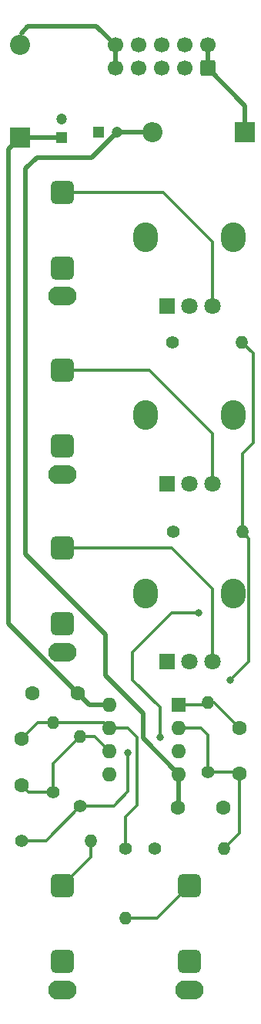
<source format=gtl>
G04 #@! TF.GenerationSoftware,KiCad,Pcbnew,(6.0.1)*
G04 #@! TF.CreationDate,2023-06-10T19:20:07+02:00*
G04 #@! TF.ProjectId,mixer,6d697865-722e-46b6-9963-61645f706362,rev?*
G04 #@! TF.SameCoordinates,Original*
G04 #@! TF.FileFunction,Copper,L1,Top*
G04 #@! TF.FilePolarity,Positive*
%FSLAX46Y46*%
G04 Gerber Fmt 4.6, Leading zero omitted, Abs format (unit mm)*
G04 Created by KiCad (PCBNEW (6.0.1)) date 2023-06-10 19:20:07*
%MOMM*%
%LPD*%
G01*
G04 APERTURE LIST*
G04 Aperture macros list*
%AMRoundRect*
0 Rectangle with rounded corners*
0 $1 Rounding radius*
0 $2 $3 $4 $5 $6 $7 $8 $9 X,Y pos of 4 corners*
0 Add a 4 corners polygon primitive as box body*
4,1,4,$2,$3,$4,$5,$6,$7,$8,$9,$2,$3,0*
0 Add four circle primitives for the rounded corners*
1,1,$1+$1,$2,$3*
1,1,$1+$1,$4,$5*
1,1,$1+$1,$6,$7*
1,1,$1+$1,$8,$9*
0 Add four rect primitives between the rounded corners*
20,1,$1+$1,$2,$3,$4,$5,0*
20,1,$1+$1,$4,$5,$6,$7,0*
20,1,$1+$1,$6,$7,$8,$9,0*
20,1,$1+$1,$8,$9,$2,$3,0*%
G04 Aperture macros list end*
G04 #@! TA.AperFunction,ComponentPad*
%ADD10O,2.720000X3.240000*%
G04 #@! TD*
G04 #@! TA.AperFunction,ComponentPad*
%ADD11R,1.800000X1.800000*%
G04 #@! TD*
G04 #@! TA.AperFunction,ComponentPad*
%ADD12C,1.800000*%
G04 #@! TD*
G04 #@! TA.AperFunction,ComponentPad*
%ADD13O,3.100000X2.100000*%
G04 #@! TD*
G04 #@! TA.AperFunction,ComponentPad*
%ADD14RoundRect,0.650000X-0.650000X-0.650000X0.650000X-0.650000X0.650000X0.650000X-0.650000X0.650000X0*%
G04 #@! TD*
G04 #@! TA.AperFunction,ComponentPad*
%ADD15C,1.400000*%
G04 #@! TD*
G04 #@! TA.AperFunction,ComponentPad*
%ADD16O,1.400000X1.400000*%
G04 #@! TD*
G04 #@! TA.AperFunction,ComponentPad*
%ADD17C,1.600000*%
G04 #@! TD*
G04 #@! TA.AperFunction,ComponentPad*
%ADD18R,2.200000X2.200000*%
G04 #@! TD*
G04 #@! TA.AperFunction,ComponentPad*
%ADD19O,2.200000X2.200000*%
G04 #@! TD*
G04 #@! TA.AperFunction,ComponentPad*
%ADD20R,1.200000X1.200000*%
G04 #@! TD*
G04 #@! TA.AperFunction,ComponentPad*
%ADD21C,1.200000*%
G04 #@! TD*
G04 #@! TA.AperFunction,ComponentPad*
%ADD22R,1.600000X1.600000*%
G04 #@! TD*
G04 #@! TA.AperFunction,ComponentPad*
%ADD23O,1.600000X1.600000*%
G04 #@! TD*
G04 #@! TA.AperFunction,ComponentPad*
%ADD24RoundRect,0.250000X0.600000X-0.600000X0.600000X0.600000X-0.600000X0.600000X-0.600000X-0.600000X0*%
G04 #@! TD*
G04 #@! TA.AperFunction,ComponentPad*
%ADD25C,1.700000*%
G04 #@! TD*
G04 #@! TA.AperFunction,ViaPad*
%ADD26C,0.800000*%
G04 #@! TD*
G04 #@! TA.AperFunction,Conductor*
%ADD27C,0.350000*%
G04 #@! TD*
G04 #@! TA.AperFunction,Conductor*
%ADD28C,0.500000*%
G04 #@! TD*
G04 APERTURE END LIST*
D10*
X76800000Y-104005000D03*
X67200000Y-104005000D03*
D11*
X69500000Y-111505000D03*
D12*
X72000000Y-111505000D03*
X74500000Y-111505000D03*
D13*
X58000000Y-110480000D03*
D14*
X58000000Y-99080000D03*
X58000000Y-107380000D03*
D13*
X58000000Y-71480000D03*
D14*
X58000000Y-60080000D03*
X58000000Y-68380000D03*
D10*
X76800000Y-84500000D03*
X67200000Y-84500000D03*
D11*
X69500000Y-92000000D03*
D12*
X72000000Y-92000000D03*
X74500000Y-92000000D03*
D13*
X58000000Y-90980000D03*
D14*
X58000000Y-79580000D03*
X58000000Y-87880000D03*
D13*
X72000000Y-147480000D03*
D14*
X72000000Y-136080000D03*
X72000000Y-144380000D03*
D13*
X58000000Y-147480000D03*
D14*
X58000000Y-136080000D03*
X58000000Y-144380000D03*
D10*
X67200000Y-65005000D03*
X76800000Y-65005000D03*
D11*
X69500000Y-72505000D03*
D12*
X72000000Y-72505000D03*
X74500000Y-72505000D03*
D15*
X68190000Y-132000000D03*
D16*
X75810000Y-132000000D03*
D15*
X74000000Y-123590000D03*
D16*
X74000000Y-115970000D03*
D17*
X59750000Y-115000000D03*
X54750000Y-115000000D03*
D15*
X60000000Y-127310000D03*
D16*
X60000000Y-119690000D03*
D18*
X78080000Y-53500000D03*
D19*
X67920000Y-53500000D03*
D15*
X53520000Y-131100000D03*
D16*
X61140000Y-131100000D03*
D20*
X62027401Y-53500000D03*
D21*
X64027401Y-53500000D03*
D20*
X57900000Y-54072600D03*
D21*
X57900000Y-52072600D03*
D15*
X70160000Y-76500000D03*
D16*
X77780000Y-76500000D03*
D15*
X57000000Y-125810000D03*
D16*
X57000000Y-118190000D03*
D17*
X70750000Y-127500000D03*
X75750000Y-127500000D03*
D22*
X70800000Y-116200000D03*
D23*
X70800000Y-118740000D03*
X70800000Y-121280000D03*
X70800000Y-123820000D03*
X63180000Y-123820000D03*
X63180000Y-121280000D03*
X63180000Y-118740000D03*
X63180000Y-116200000D03*
D17*
X53500000Y-125000000D03*
X53500000Y-120000000D03*
D24*
X74000000Y-46500000D03*
D25*
X74000000Y-43960000D03*
X71460000Y-46500000D03*
X71460000Y-43960000D03*
X68920000Y-46500000D03*
X68920000Y-43960000D03*
X66380000Y-46500000D03*
X66380000Y-43960000D03*
X63840000Y-46500000D03*
X63840000Y-43960000D03*
D17*
X77500000Y-123750000D03*
X77500000Y-118750000D03*
D18*
X53400000Y-54100000D03*
D19*
X53400000Y-43940000D03*
D15*
X70190000Y-97300000D03*
D16*
X77810000Y-97300000D03*
D15*
X65000000Y-132000000D03*
D16*
X65000000Y-139620000D03*
D26*
X76500000Y-113500000D03*
X65250000Y-121500000D03*
X73000000Y-106200000D03*
X68750000Y-119750000D03*
D27*
X77500000Y-123750000D02*
X77500000Y-130310000D01*
X77810000Y-97300000D02*
X77810000Y-88690000D01*
X76500000Y-113500000D02*
X78534520Y-111465480D01*
X74000000Y-119500000D02*
X74000000Y-123590000D01*
X77340000Y-123590000D02*
X77500000Y-123750000D01*
X77500000Y-130310000D02*
X75810000Y-132000000D01*
X79000000Y-77720000D02*
X77780000Y-76500000D01*
X70800000Y-118740000D02*
X73240000Y-118740000D01*
X73240000Y-118740000D02*
X74000000Y-119500000D01*
X74000000Y-123590000D02*
X77340000Y-123590000D01*
X78534520Y-98024520D02*
X77810000Y-97300000D01*
X77810000Y-88690000D02*
X79000000Y-87500000D01*
X78534520Y-111465480D02*
X78534520Y-98024520D01*
X79000000Y-87500000D02*
X79000000Y-77720000D01*
X56210000Y-131100000D02*
X60000000Y-127310000D01*
X70800000Y-116200000D02*
X73770000Y-116200000D01*
X74720000Y-115970000D02*
X74000000Y-115970000D01*
X65250000Y-125750000D02*
X63690000Y-127310000D01*
X63690000Y-127310000D02*
X60000000Y-127310000D01*
X65250000Y-121500000D02*
X65250000Y-125750000D01*
X53520000Y-131100000D02*
X56210000Y-131100000D01*
X77500000Y-118750000D02*
X74720000Y-115970000D01*
X73770000Y-116200000D02*
X74000000Y-115970000D01*
X60000000Y-119690000D02*
X61590000Y-119690000D01*
X60000000Y-119690000D02*
X57000000Y-122690000D01*
X57000000Y-122690000D02*
X57000000Y-125810000D01*
X61590000Y-119690000D02*
X63180000Y-121280000D01*
X54310000Y-125810000D02*
X53500000Y-125000000D01*
X57000000Y-125810000D02*
X54310000Y-125810000D01*
X66250000Y-127250000D02*
X66250000Y-119750000D01*
X65000000Y-132000000D02*
X65000000Y-128500000D01*
X65000000Y-128500000D02*
X66250000Y-127250000D01*
X65240000Y-118740000D02*
X63180000Y-118740000D01*
X57000000Y-118190000D02*
X55310000Y-118190000D01*
X62630000Y-118190000D02*
X63180000Y-118740000D01*
X66250000Y-119750000D02*
X65240000Y-118740000D01*
X57000000Y-118190000D02*
X62630000Y-118190000D01*
X55310000Y-118190000D02*
X53500000Y-120000000D01*
D28*
X57900000Y-54072600D02*
X53427400Y-54072600D01*
X52100000Y-55400000D02*
X52100000Y-107350000D01*
X60950000Y-116200000D02*
X63180000Y-116200000D01*
X52100000Y-107350000D02*
X60950000Y-116200000D01*
X53427400Y-54072600D02*
X52100000Y-55400000D01*
X62750000Y-113000000D02*
X66874519Y-117124519D01*
X61277401Y-56250000D02*
X55250000Y-56250000D01*
X67920000Y-53500000D02*
X64027401Y-53500000D01*
X66874519Y-117124519D02*
X66874519Y-119894519D01*
X55250000Y-56250000D02*
X54000000Y-57500000D01*
X54000000Y-99750000D02*
X62750000Y-108500000D01*
X66874519Y-119894519D02*
X70800000Y-123820000D01*
X62750000Y-108500000D02*
X62750000Y-113000000D01*
X70800000Y-123820000D02*
X70800000Y-127450000D01*
X64027401Y-53500000D02*
X61277401Y-56250000D01*
X70800000Y-127450000D02*
X70750000Y-127500000D01*
X54000000Y-57500000D02*
X54000000Y-99750000D01*
X61790000Y-41910000D02*
X63840000Y-43960000D01*
X54210000Y-41910000D02*
X61790000Y-41910000D01*
X63840000Y-46500000D02*
X63840000Y-43960000D01*
X53500000Y-42620000D02*
X54210000Y-41910000D01*
X78080000Y-53500000D02*
X78080000Y-50580000D01*
X74000000Y-43960000D02*
X74000000Y-46500000D01*
X78080000Y-50580000D02*
X74000000Y-46500000D01*
D27*
X65750000Y-110500000D02*
X65750000Y-113500000D01*
X65750000Y-113500000D02*
X68750000Y-116500000D01*
X70050000Y-106200000D02*
X65750000Y-110500000D01*
X73000000Y-106200000D02*
X70050000Y-106200000D01*
X68750000Y-116500000D02*
X68750000Y-119750000D01*
X74500000Y-111505000D02*
X74500000Y-103500000D01*
X70080000Y-99080000D02*
X58000000Y-99080000D01*
X74500000Y-103500000D02*
X70080000Y-99080000D01*
X58000000Y-60080000D02*
X69080000Y-60080000D01*
X74500000Y-65500000D02*
X74500000Y-72505000D01*
X69080000Y-60080000D02*
X74500000Y-65500000D01*
X74500000Y-86500000D02*
X74500000Y-92000000D01*
X67580000Y-79580000D02*
X74500000Y-86500000D01*
X58000000Y-79580000D02*
X67580000Y-79580000D01*
X65000000Y-139620000D02*
X68460000Y-139620000D01*
X68460000Y-139620000D02*
X72000000Y-136080000D01*
X61140000Y-132940000D02*
X58000000Y-136080000D01*
X61140000Y-131100000D02*
X61140000Y-132940000D01*
M02*

</source>
